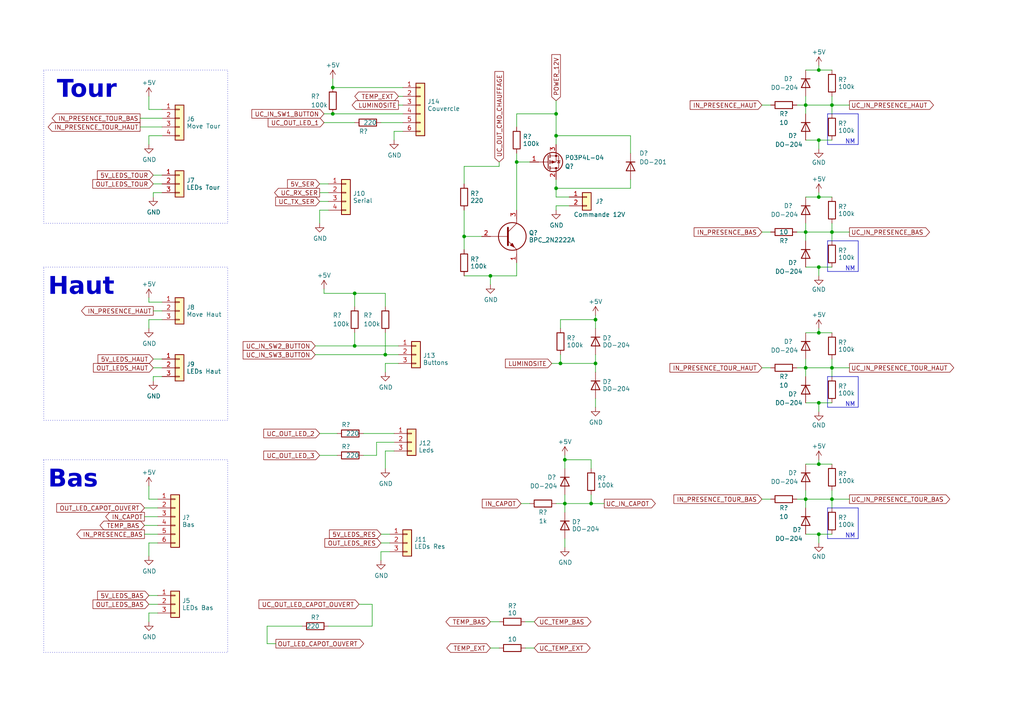
<source format=kicad_sch>
(kicad_sch (version 20230121) (generator eeschema)
  (paper "A4")
  (title_block (title "Cabane à Minou") (date "2024-11-27") (rev "Rev C0") (company "BPC") (comment 1 "2 capteurs de température / 4 entrées détecteur de mouvement") (comment 2 "Wifi / Luminosité / RTC / Bluetooth / Lcd") (comment 3 "4 sorties Strip LEDs (Avec Alim. 5V pilotable)") (comment 4 "Alimentation 12V / 1 sortie 12V commutable") (comment 5 "Alimentation 12V / 1 sortie 12V commutable"))
  (junction (at 172.72 92.71))
  (junction (at 111.76 102.87))
  (junction (at 161.29 54.61))
  (junction (at 96.52 25.4))
  (junction (at 172.72 105.41))
  (junction (at 237.49 40.64))
  (junction (at 233.68 30.48))
  (junction (at 161.29 33.02))
  (junction (at 237.49 134.62))
  (junction (at 163.83 133.35))
  (junction (at 237.49 20.32))
  (junction (at 96.52 33.02))
  (junction (at 237.49 116.84))
  (junction (at 142.24 80.01))
  (junction (at 241.3 106.68))
  (junction (at 241.3 67.31))
  (junction (at 233.68 67.31))
  (junction (at 233.68 106.68))
  (junction (at 163.83 146.05))
  (junction (at 237.49 77.47))
  (junction (at 237.49 154.94))
  (junction (at 233.68 144.78))
  (junction (at 102.87 100.33))
  (junction (at 102.87 85.09))
  (junction (at 161.29 39.37))
  (junction (at 237.49 57.15))
  (junction (at 162.56 105.41))
  (junction (at 237.49 96.52))
  (junction (at 149.86 46.99))
  (junction (at 171.45 146.05))
  (junction (at 241.3 30.48))
  (junction (at 134.62 68.58))
  (junction (at 241.3 144.78))
  (wire (pts (xy 95.25 60.96) (xy 92.71 60.96)))
  (wire (pts (xy 165.1 59.69) (xy 161.29 59.69)))
  (wire (pts (xy 162.56 105.41) (xy 172.72 105.41)))
  (wire (pts (xy 162.56 92.71) (xy 172.72 92.71)))
  (wire (pts (xy 233.68 96.52) (xy 237.49 96.52)))
  (wire (pts (xy 96.52 25.4) (xy 116.84 25.4)))
  (wire (pts (xy 233.68 104.14) (xy 233.68 106.68)))
  (polyline (pts (xy 240.03 69.85) (xy 240.03 78.74)))
  (wire (pts (xy 237.49 96.52) (xy 241.3 96.52)))
  (wire (pts (xy 41.91 152.4) (xy 45.72 152.4)))
  (wire (pts (xy 241.3 30.48) (xy 246.38 30.48)))
  (wire (pts (xy 241.3 30.48) (xy 241.3 33.02)))
  (wire (pts (xy 134.62 68.58) (xy 139.7 68.58)))
  (wire (pts (xy 237.49 154.94) (xy 237.49 157.48)))
  (wire (pts (xy 93.98 83.82) (xy 93.98 85.09)))
  (wire (pts (xy 233.68 27.94) (xy 233.68 30.48)))
  (polyline (pts (xy 240.03 78.74) (xy 248.92 78.74)))
  (wire (pts (xy 113.03 160.02) (xy 110.49 160.02)))
  (wire (pts (xy 40.64 36.83) (xy 46.99 36.83)))
  (wire (pts (xy 161.29 54.61) (xy 161.29 57.15)))
  (wire (pts (xy 142.24 180.34) (xy 144.78 180.34)))
  (wire (pts (xy 237.49 40.64) (xy 241.3 40.64)))
  (wire (pts (xy 182.88 39.37) (xy 182.88 44.45)))
  (wire (pts (xy 237.49 57.15) (xy 241.3 57.15)))
  (wire (pts (xy 92.71 132.08) (xy 97.79 132.08)))
  (wire (pts (xy 46.99 109.22) (xy 44.45 109.22)))
  (wire (pts (xy 43.18 175.26) (xy 45.72 175.26)))
  (wire (pts (xy 233.68 134.62) (xy 237.49 134.62)))
  (wire (pts (xy 237.49 116.84) (xy 241.3 116.84)))
  (wire (pts (xy 142.24 187.96) (xy 144.78 187.96)))
  (wire (pts (xy 93.98 35.56) (xy 102.87 35.56)))
  (wire (pts (xy 233.68 67.31) (xy 233.68 69.85)))
  (wire (pts (xy 115.57 30.48) (xy 116.84 30.48)))
  (wire (pts (xy 233.68 20.32) (xy 237.49 20.32)))
  (wire (pts (xy 43.18 172.72) (xy 45.72 172.72)))
  (polyline (pts (xy 248.92 156.21) (xy 248.92 147.32)))
  (wire (pts (xy 115.57 102.87) (xy 111.76 102.87)))
  (wire (pts (xy 110.49 35.56) (xy 116.84 35.56)))
  (wire (pts (xy 96.52 33.02) (xy 116.84 33.02)))
  (wire (pts (xy 171.45 133.35) (xy 163.83 133.35)))
  (wire (pts (xy 77.47 181.61) (xy 77.47 186.69)))
  (wire (pts (xy 46.99 39.37) (xy 43.18 39.37)))
  (wire (pts (xy 43.18 31.75) (xy 46.99 31.75)))
  (wire (pts (xy 114.3 38.1) (xy 116.84 38.1)))
  (wire (pts (xy 231.14 67.31) (xy 233.68 67.31)))
  (wire (pts (xy 233.68 142.24) (xy 233.68 144.78)))
  (wire (pts (xy 43.18 140.97) (xy 43.18 144.78)))
  (wire (pts (xy 43.18 157.48) (xy 43.18 161.29)))
  (wire (pts (xy 96.52 22.86) (xy 96.52 25.4)))
  (wire (pts (xy 220.98 144.78) (xy 223.52 144.78)))
  (wire (pts (xy 231.14 144.78) (xy 233.68 144.78)))
  (wire (pts (xy 151.13 146.05) (xy 153.67 146.05)))
  (wire (pts (xy 104.14 175.26) (xy 107.95 175.26)))
  (wire (pts (xy 43.18 27.94) (xy 43.18 31.75)))
  (wire (pts (xy 149.86 33.02) (xy 161.29 33.02)))
  (wire (pts (xy 111.76 105.41) (xy 115.57 105.41)))
  (wire (pts (xy 171.45 135.89) (xy 171.45 133.35)))
  (wire (pts (xy 43.18 92.71) (xy 46.99 92.71)))
  (wire (pts (xy 233.68 67.31) (xy 241.3 67.31)))
  (wire (pts (xy 233.68 30.48) (xy 233.68 33.02)))
  (wire (pts (xy 237.49 95.25) (xy 237.49 96.52)))
  (wire (pts (xy 114.3 128.27) (xy 109.22 128.27)))
  (wire (pts (xy 237.49 20.32) (xy 241.3 20.32)))
  (polyline (pts (xy 248.92 41.91) (xy 248.92 33.02)))
  (wire (pts (xy 172.72 102.87) (xy 172.72 105.41)))
  (wire (pts (xy 115.57 27.94) (xy 116.84 27.94)))
  (wire (pts (xy 163.83 133.35) (xy 163.83 135.89)))
  (wire (pts (xy 110.49 154.94) (xy 113.03 154.94)))
  (polyline (pts (xy 240.03 109.22) (xy 248.92 109.22)))
  (wire (pts (xy 161.29 146.05) (xy 163.83 146.05)))
  (wire (pts (xy 161.29 39.37) (xy 182.88 39.37)))
  (wire (pts (xy 134.62 68.58) (xy 134.62 72.39)))
  (wire (pts (xy 91.44 102.87) (xy 111.76 102.87)))
  (wire (pts (xy 237.49 133.35) (xy 237.49 134.62)))
  (wire (pts (xy 149.86 46.99) (xy 149.86 60.96)))
  (wire (pts (xy 111.76 102.87) (xy 111.76 96.52)))
  (wire (pts (xy 102.87 85.09) (xy 111.76 85.09)))
  (wire (pts (xy 171.45 146.05) (xy 175.26 146.05)))
  (wire (pts (xy 172.72 91.44) (xy 172.72 92.71)))
  (wire (pts (xy 43.18 86.36) (xy 43.18 87.63)))
  (wire (pts (xy 163.83 156.21) (xy 163.83 158.75)))
  (wire (pts (xy 237.49 154.94) (xy 241.3 154.94)))
  (wire (pts (xy 233.68 64.77) (xy 233.68 67.31)))
  (wire (pts (xy 162.56 95.25) (xy 162.56 92.71)))
  (wire (pts (xy 87.63 181.61) (xy 77.47 181.61)))
  (wire (pts (xy 160.02 105.41) (xy 162.56 105.41)))
  (wire (pts (xy 237.49 77.47) (xy 241.3 77.47)))
  (wire (pts (xy 105.41 125.73) (xy 114.3 125.73)))
  (wire (pts (xy 77.47 186.69) (xy 80.01 186.69)))
  (wire (pts (xy 233.68 57.15) (xy 237.49 57.15)))
  (wire (pts (xy 110.49 157.48) (xy 113.03 157.48)))
  (wire (pts (xy 237.49 134.62) (xy 241.3 134.62)))
  (wire (pts (xy 115.57 100.33) (xy 102.87 100.33)))
  (wire (pts (xy 92.71 125.73) (xy 97.79 125.73)))
  (wire (pts (xy 109.22 128.27) (xy 109.22 132.08)))
  (wire (pts (xy 40.64 34.29) (xy 46.99 34.29)))
  (wire (pts (xy 163.83 132.08) (xy 163.83 133.35)))
  (wire (pts (xy 237.49 116.84) (xy 237.49 119.38)))
  (wire (pts (xy 161.29 33.02) (xy 161.29 39.37)))
  (wire (pts (xy 110.49 160.02) (xy 110.49 162.56)))
  (wire (pts (xy 237.49 77.47) (xy 237.49 80.01)))
  (wire (pts (xy 161.29 57.15) (xy 165.1 57.15)))
  (wire (pts (xy 233.68 77.47) (xy 237.49 77.47)))
  (wire (pts (xy 43.18 95.25) (xy 43.18 92.71)))
  (wire (pts (xy 41.91 154.94) (xy 45.72 154.94)))
  (wire (pts (xy 102.87 100.33) (xy 102.87 96.52)))
  (wire (pts (xy 171.45 146.05) (xy 171.45 143.51)))
  (wire (pts (xy 93.98 33.02) (xy 96.52 33.02)))
  (polyline (pts (xy 240.03 69.85) (xy 248.92 69.85)))
  (polyline (pts (xy 240.03 33.02) (xy 248.92 33.02)))
  (wire (pts (xy 161.29 52.07) (xy 161.29 54.61)))
  (wire (pts (xy 144.78 48.26) (xy 134.62 48.26)))
  (wire (pts (xy 220.98 67.31) (xy 223.52 67.31)))
  (wire (pts (xy 109.22 132.08) (xy 105.41 132.08)))
  (wire (pts (xy 134.62 80.01) (xy 142.24 80.01)))
  (wire (pts (xy 91.44 100.33) (xy 102.87 100.33)))
  (wire (pts (xy 241.3 27.94) (xy 241.3 30.48)))
  (polyline (pts (xy 240.03 109.22) (xy 240.03 118.11)))
  (wire (pts (xy 149.86 36.83) (xy 149.86 33.02)))
  (wire (pts (xy 172.72 115.57) (xy 172.72 118.11)))
  (wire (pts (xy 172.72 105.41) (xy 172.72 107.95)))
  (wire (pts (xy 161.29 54.61) (xy 182.88 54.61)))
  (wire (pts (xy 92.71 60.96) (xy 92.71 64.77)))
  (wire (pts (xy 45.72 177.8) (xy 43.18 177.8)))
  (wire (pts (xy 152.4 180.34) (xy 154.94 180.34)))
  (wire (pts (xy 152.4 187.96) (xy 154.94 187.96)))
  (wire (pts (xy 233.68 30.48) (xy 241.3 30.48)))
  (wire (pts (xy 233.68 116.84) (xy 237.49 116.84)))
  (wire (pts (xy 241.3 144.78) (xy 241.3 147.32)))
  (wire (pts (xy 43.18 157.48) (xy 45.72 157.48)))
  (wire (pts (xy 44.45 50.8) (xy 46.99 50.8)))
  (wire (pts (xy 134.62 60.96) (xy 134.62 68.58)))
  (wire (pts (xy 241.3 64.77) (xy 241.3 67.31)))
  (wire (pts (xy 241.3 106.68) (xy 246.38 106.68)))
  (wire (pts (xy 107.95 175.26) (xy 107.95 181.61)))
  (wire (pts (xy 102.87 85.09) (xy 102.87 88.9)))
  (wire (pts (xy 44.45 90.17) (xy 46.99 90.17)))
  (wire (pts (xy 43.18 39.37) (xy 43.18 41.91)))
  (wire (pts (xy 92.71 58.42) (xy 95.25 58.42)))
  (wire (pts (xy 92.71 55.88) (xy 95.25 55.88)))
  (wire (pts (xy 161.29 33.02) (xy 161.29 29.21)))
  (wire (pts (xy 241.3 104.14) (xy 241.3 106.68)))
  (wire (pts (xy 162.56 102.87) (xy 162.56 105.41)))
  (wire (pts (xy 44.45 53.34) (xy 46.99 53.34)))
  (wire (pts (xy 233.68 106.68) (xy 241.3 106.68)))
  (wire (pts (xy 220.98 30.48) (xy 223.52 30.48)))
  (wire (pts (xy 107.95 181.61) (xy 95.25 181.61)))
  (wire (pts (xy 149.86 46.99) (xy 149.86 44.45)))
  (wire (pts (xy 182.88 54.61) (xy 182.88 52.07)))
  (wire (pts (xy 44.45 104.14) (xy 46.99 104.14)))
  (wire (pts (xy 142.24 80.01) (xy 149.86 80.01)))
  (wire (pts (xy 93.98 85.09) (xy 102.87 85.09)))
  (wire (pts (xy 111.76 85.09) (xy 111.76 88.9)))
  (wire (pts (xy 231.14 106.68) (xy 233.68 106.68)))
  (wire (pts (xy 233.68 144.78) (xy 241.3 144.78)))
  (polyline (pts (xy 240.03 147.32) (xy 248.92 147.32)))
  (wire (pts (xy 43.18 87.63) (xy 46.99 87.63)))
  (wire (pts (xy 161.29 59.69) (xy 161.29 60.96)))
  (wire (pts (xy 241.3 67.31) (xy 241.3 69.85)))
  (wire (pts (xy 237.49 55.88) (xy 237.49 57.15)))
  (wire (pts (xy 241.3 144.78) (xy 246.38 144.78)))
  (wire (pts (xy 233.68 144.78) (xy 233.68 147.32)))
  (wire (pts (xy 92.71 53.34) (xy 95.25 53.34)))
  (polyline (pts (xy 248.92 78.74) (xy 248.92 69.85)))
  (wire (pts (xy 172.72 92.71) (xy 172.72 95.25)))
  (polyline (pts (xy 248.92 118.11) (xy 248.92 109.22)))
  (wire (pts (xy 111.76 107.95) (xy 111.76 105.41)))
  (wire (pts (xy 41.91 149.86) (xy 45.72 149.86)))
  (wire (pts (xy 43.18 177.8) (xy 43.18 180.34)))
  (polyline (pts (xy 240.03 33.02) (xy 240.03 41.91)))
  (wire (pts (xy 163.83 146.05) (xy 171.45 146.05)))
  (wire (pts (xy 44.45 55.88) (xy 46.99 55.88)))
  (polyline (pts (xy 240.03 156.21) (xy 248.92 156.21)))
  (wire (pts (xy 163.83 143.51) (xy 163.83 146.05)))
  (polyline (pts (xy 240.03 41.91) (xy 248.92 41.91)))
  (wire (pts (xy 142.24 82.55) (xy 142.24 80.01)))
  (polyline (pts (xy 240.03 118.11) (xy 248.92 118.11)))
  (wire (pts (xy 237.49 40.64) (xy 237.49 43.18)))
  (wire (pts (xy 233.68 40.64) (xy 237.49 40.64)))
  (wire (pts (xy 114.3 40.64) (xy 114.3 38.1)))
  (wire (pts (xy 233.68 154.94) (xy 237.49 154.94)))
  (wire (pts (xy 44.45 106.68) (xy 46.99 106.68)))
  (wire (pts (xy 149.86 80.01) (xy 149.86 76.2)))
  (wire (pts (xy 241.3 67.31) (xy 246.38 67.31)))
  (wire (pts (xy 153.67 46.99) (xy 149.86 46.99)))
  (wire (pts (xy 231.14 30.48) (xy 233.68 30.48)))
  (wire (pts (xy 44.45 57.15) (xy 44.45 55.88)))
  (wire (pts (xy 237.49 19.05) (xy 237.49 20.32)))
  (wire (pts (xy 233.68 106.68) (xy 233.68 109.22)))
  (wire (pts (xy 114.3 130.81) (xy 111.76 130.81)))
  (wire (pts (xy 134.62 48.26) (xy 134.62 53.34)))
  (wire (pts (xy 45.72 144.78) (xy 43.18 144.78)))
  (wire (pts (xy 241.3 106.68) (xy 241.3 109.22)))
  (polyline (pts (xy 240.03 147.32) (xy 240.03 156.21)))
  (wire (pts (xy 163.83 146.05) (xy 163.83 148.59)))
  (wire (pts (xy 144.78 46.99) (xy 144.78 48.26)))
  (wire (pts (xy 241.3 142.24) (xy 241.3 144.78)))
  (wire (pts (xy 161.29 41.91) (xy 161.29 39.37)))
  (wire (pts (xy 44.45 109.22) (xy 44.45 110.49)))
  (wire (pts (xy 41.91 147.32) (xy 45.72 147.32)))
  (wire (pts (xy 220.98 106.68) (xy 223.52 106.68)))
  (wire (pts (xy 111.76 130.81) (xy 111.76 135.89)))
  (rectangle (start 12.7 77.47) (end 66.04 121.92) (stroke (width 0) (type dot)))
  (rectangle (start 12.7 133.35) (end 66.04 189.23) (stroke (width 0) (type dot)))
  (rectangle (start 12.7 20.32) (end 66.04 64.77) (stroke (width 0) (type dot)))
  (text "Haut" (at 13.97 87.63 0) (effects (font (size 5.08 5.08) (thickness 0.254) bold) (justify left bottom)))
  (text "NM" (at 245.11 41.91 0) (effects (font (size 1.27 1.27)) (justify left bottom)))
  (text "Tour" (at 16.51 30.48 0) (effects (font (size 5.08 5.08) (thickness 0.254) bold) (justify left bottom)))
  (text "NM" (at 245.11 78.74 0) (effects (font (size 1.27 1.27)) (justify left bottom)))
  (text "Bas" (at 13.97 143.51 0) (effects (font (size 5.08 5.08) (thickness 0.254) bold) (justify left bottom)))
  (text "NM" (at 245.11 156.21 0) (effects (font (size 1.27 1.27)) (justify left bottom)))
  (text "NM" (at 245.11 118.11 0) (effects (font (size 1.27 1.27)) (justify left bottom)))
  (global_label "TEMP_BAS" (shape bidirectional) (at 142.24 180.34 180) (property "Intersheetrefs" "${INTERSHEET_REFS}" (effects hide)))
  (global_label "UC_IN_SW3_BUTTON" (shape input) (at 91.44 102.87 180) (property "Intersheetrefs" "${INTERSHEET_REFS}" (effects hide)))
  (global_label "OUT_LEDS_RES" (shape input) (at 110.49 157.48 180) (property "Intersheetrefs" "${INTERSHEET_REFS}" (effects hide)))
  (global_label "UC_IN_CAPOT" (shape output) (at 175.26 146.05 0) (property "Intersheetrefs" "${INTERSHEET_REFS}" (effects hide)))
  (global_label "UC_OUT_LED_1" (shape input) (at 93.98 35.56 180) (property "Intersheetrefs" "${INTERSHEET_REFS}" (effects hide)))
  (global_label "LUMINOSITE" (shape input) (at 160.02 105.41 180) (property "Intersheetrefs" "${INTERSHEET_REFS}" (effects hide)))
  (global_label "IN_PRESENCE_BAS" (shape output) (at 41.91 154.94 180) (property "Intersheetrefs" "${INTERSHEET_REFS}" (effects hide)))
  (global_label "5V_LEDS_RES" (shape input) (at 110.49 154.94 180) (property "Intersheetrefs" "${INTERSHEET_REFS}" (effects hide)))
  (global_label "IN_PRESENCE_BAS" (shape input) (at 220.98 67.31 180) (property "Intersheetrefs" "${INTERSHEET_REFS}" (effects hide)))
  (global_label "OUT_LEDS_TOUR" (shape input) (at 44.45 53.34 180) (property "Intersheetrefs" "${INTERSHEET_REFS}" (effects hide)))
  (global_label "IN_CAPOT" (shape output) (at 41.91 149.86 180) (property "Intersheetrefs" "${INTERSHEET_REFS}" (effects hide)))
  (global_label "UC_IN_PRESENCE_TOUR_HAUT" (shape output) (at 246.38 106.68 0) (property "Intersheetrefs" "${INTERSHEET_REFS}" (effects hide)))
  (global_label "UC_IN_SW1_BUTTON" (shape input) (at 93.98 33.02 180) (property "Intersheetrefs" "${INTERSHEET_REFS}" (effects hide)))
  (global_label "TEMP_BAS" (shape bidirectional) (at 41.91 152.4 180) (property "Intersheetrefs" "${INTERSHEET_REFS}" (effects hide)))
  (global_label "UC_OUT_LED_CAPOT_OUVERT" (shape input) (at 104.14 175.26 180) (property "Intersheetrefs" "${INTERSHEET_REFS}" (effects hide)))
  (global_label "IN_CAPOT" (shape input) (at 151.13 146.05 180) (property "Intersheetrefs" "${INTERSHEET_REFS}" (effects hide)))
  (global_label "UC_OUT_LED_2" (shape input) (at 92.71 125.73 180) (property "Intersheetrefs" "${INTERSHEET_REFS}" (effects hide)))
  (global_label "5V_SER" (shape input) (at 92.71 53.34 180) (property "Intersheetrefs" "${INTERSHEET_REFS}" (effects hide)))
  (global_label "UC_IN_SW2_BUTTON" (shape input) (at 91.44 100.33 180) (property "Intersheetrefs" "${INTERSHEET_REFS}" (effects hide)))
  (global_label "UC_TEMP_EXT" (shape bidirectional) (at 154.94 187.96 0) (property "Intersheetrefs" "${INTERSHEET_REFS}" (effects hide)))
  (global_label "UC_OUT_CMD_CHAUFFAGE" (shape input) (at 144.78 46.99 90) (property "Intersheetrefs" "${INTERSHEET_REFS}" (effects hide)))
  (global_label "IN_PRESENCE_TOUR_BAS" (shape output) (at 40.64 34.29 180) (property "Intersheetrefs" "${INTERSHEET_REFS}" (effects hide)))
  (global_label "OUT_LED_CAPOT_OUVERT" (shape input) (at 41.91 147.32 180) (property "Intersheetrefs" "${INTERSHEET_REFS}" (effects hide)))
  (global_label "POWER_12V" (shape input) (at 161.29 29.21 90) (property "Intersheetrefs" "${INTERSHEET_REFS}" (effects hide)))
  (global_label "UC_TEMP_BAS" (shape bidirectional) (at 154.94 180.34 0) (property "Intersheetrefs" "${INTERSHEET_REFS}" (effects hide)))
  (global_label "TEMP_EXT" (shape bidirectional) (at 115.57 27.94 180) (property "Intersheetrefs" "${INTERSHEET_REFS}" (effects hide)))
  (global_label "LUMINOSITE" (shape output) (at 115.57 30.48 180) (property "Intersheetrefs" "${INTERSHEET_REFS}" (effects hide)))
  (global_label "UC_IN_PRESENCE_HAUT" (shape output) (at 246.38 30.48 0) (property "Intersheetrefs" "${INTERSHEET_REFS}" (effects hide)))
  (global_label "IN_PRESENCE_HAUT" (shape input) (at 220.98 30.48 180) (property "Intersheetrefs" "${INTERSHEET_REFS}" (effects hide)))
  (global_label "5V_LEDS_BAS" (shape input) (at 43.18 172.72 180) (property "Intersheetrefs" "${INTERSHEET_REFS}" (effects hide)))
  (global_label "UC_OUT_LED_3" (shape input) (at 92.71 132.08 180) (property "Intersheetrefs" "${INTERSHEET_REFS}" (effects hide)))
  (global_label "UC_IN_PRESENCE_TOUR_BAS" (shape output) (at 246.38 144.78 0) (property "Intersheetrefs" "${INTERSHEET_REFS}" (effects hide)))
  (global_label "OUT_LEDS_HAUT" (shape input) (at 44.45 106.68 180) (property "Intersheetrefs" "${INTERSHEET_REFS}" (effects hide)))
  (global_label "5V_LEDS_TOUR" (shape input) (at 44.45 50.8 180) (property "Intersheetrefs" "${INTERSHEET_REFS}" (effects hide)))
  (global_label "UC_IN_PRESENCE_BAS" (shape output) (at 246.38 67.31 0) (property "Intersheetrefs" "${INTERSHEET_REFS}" (effects hide)))
  (global_label "TEMP_EXT" (shape bidirectional) (at 142.24 187.96 180) (property "Intersheetrefs" "${INTERSHEET_REFS}" (effects hide)))
  (global_label "OUT_LEDS_BAS" (shape input) (at 43.18 175.26 180) (property "Intersheetrefs" "${INTERSHEET_REFS}" (effects hide)))
  (global_label "5V_LEDS_HAUT" (shape input) (at 44.45 104.14 180) (property "Intersheetrefs" "${INTERSHEET_REFS}" (effects hide)))
  (global_label "IN_PRESENCE_TOUR_HAUT" (shape output) (at 40.64 36.83 180) (property "Intersheetrefs" "${INTERSHEET_REFS}" (effects hide)))
  (global_label "OUT_LED_CAPOT_OUVERT" (shape output) (at 80.01 186.69 0) (property "Intersheetrefs" "${INTERSHEET_REFS}" (effects hide)))
  (global_label "IN_PRESENCE_TOUR_BAS" (shape input) (at 220.98 144.78 180) (property "Intersheetrefs" "${INTERSHEET_REFS}" (effects hide)))
  (global_label "IN_PRESENCE_HAUT" (shape output) (at 44.45 90.17 180) (property "Intersheetrefs" "${INTERSHEET_REFS}" (effects hide)))
  (global_label "UC_TX_SER" (shape input) (at 92.71 58.42 180) (property "Intersheetrefs" "${INTERSHEET_REFS}" (effects hide)))
  (global_label "IN_PRESENCE_TOUR_HAUT" (shape input) (at 220.98 106.68 180) (property "Intersheetrefs" "${INTERSHEET_REFS}" (effects hide)))
  (global_label "UC_RX_SER" (shape output) (at 92.71 55.88 180) (property "Intersheetrefs" "${INTERSHEET_REFS}" (effects hide)))
  (symbol (lib_id "power:GND") (at 142.24 82.55 0) (unit 1)
    (property "Reference" "#PWR?" (effects hide))
    (property "Value" "GND" (at 142.367 86.9442 0))
    (instances (project "cabane_minou" (path "" (reference "#PWR?") (unit 1)) (path "" (reference "#PWR?") (unit 1)) (path "" (reference "#PWR060") (unit 1))))
  )
  (symbol (lib_id "Device:D") (at 233.68 60.96 270) (unit 1)
    (property "Reference" "D?" (at 227.33 59.69 90) (effects (justify left)))
    (property "Value" "DO-204" (at 223.52 62.23 90) (effects (justify left)))
    (property "Footprint" "Diode_THT:D_A-405_P2.54mm_Vertical_AnodeUp" (effects hide))
    (property "Sim.Device" "D" (effects hide))
    (property "Sim.Pins" "1=K 2=A" (effects hide))
    (instances (project "cabane_minou" (path "" (reference "D?") (unit 1)) (path "" (reference "D?") (unit 1)) (path "" (reference "D12") (unit 1))))
  )
  (symbol (lib_id "power:GND") (at 237.49 80.01 0) (unit 1)
    (property "Reference" "#PWR?" (effects hide))
    (property "Value" "GND" (at 237.49 83.955 0))
    (instances (project "cabane_minou" (path "" (reference "#PWR?") (unit 1)) (path "" (reference "#PWR?") (unit 1)) (path "" (reference "#PWR069") (unit 1))))
  )
  (symbol (lib_id "power:GND") (at 110.49 162.56 0) (unit 1)
    (property "Reference" "#PWR?" (effects hide))
    (property "Value" "GND" (at 110.617 166.9542 0))
    (instances (project "cabane_minou" (path "" (reference "#PWR?") (unit 1)) (path "" (reference "#PWR?") (unit 1)) (path "" (reference "#PWR056") (unit 1)) (path "" (reference "#PWR?") (unit 1))))
  )
  (symbol (lib_id "Device:R") (at 96.52 29.21 0) (unit 1)
    (property "Reference" "R?" (at 90.17 27.94 0) (effects (justify left)))
    (property "Value" "100k" (at 90.17 30.48 0) (effects (justify left)))
    (property "Footprint" "Resistor_THT:R_Axial_DIN0204_L3.6mm_D1.6mm_P7.62mm_Horizontal" (effects hide))
    (instances (project "cabane_minou" (path "" (reference "R?") (unit 1)) (path "" (reference "R?") (unit 1)) (path "" (reference "R14") (unit 1))))
  )
  (symbol (lib_id "Connector_Generic:Conn_01x03") (at 52.07 53.34 0) (unit 1)
    (property "Reference" "J7" (at 54.102 52.316 0) (effects (justify left)))
    (property "Value" "LEDs Tour" (at 54.102 54.364 0) (effects (justify left)))
    (property "Footprint" "TerminalBlock_Phoenix:TerminalBlock_Phoenix_PT-1,5-3-3.5-H_1x03_P3.50mm_Horizontal" (effects hide))
    (instances (project "cabane_minou" (path "" (reference "J7") (unit 1)) (path "" (reference "J?") (unit 1))))
  )
  (symbol (lib_id "power:+5V") (at 163.83 132.08 0) (unit 1)
    (property "Reference" "#PWR?" (effects hide))
    (property "Value" "+5V" (at 163.83 128.135 0))
    (instances (project "cabane_minou" (path "" (reference "#PWR?") (unit 1)) (path "" (reference "#PWR?") (unit 1)) (path "" (reference "#PWR062") (unit 1))))
  )
  (symbol (lib_id "Device:R") (at 241.3 24.13 0) (unit 1)
    (property "Reference" "R?" (at 243.078 23.106 0) (effects (justify left)))
    (property "Value" "100k" (at 243.078 25.154 0) (effects (justify left)))
    (property "Footprint" "Resistor_THT:R_Axial_DIN0204_L3.6mm_D1.6mm_P7.62mm_Horizontal" (effects hide))
    (instances (project "cabane_minou" (path "" (reference "R?") (unit 1)) (path "" (reference "R?") (unit 1)) (path "" (reference "R32") (unit 1))))
  )
  (symbol (lib_id "Device:D") (at 233.68 151.13 270) (unit 1)
    (property "Reference" "D?" (at 229.87 153.67 90) (effects (justify left)))
    (property "Value" "DO-204" (at 224.79 156.21 90) (effects (justify left)))
    (property "Footprint" "Diode_THT:D_A-405_P2.54mm_Vertical_AnodeUp" (effects hide))
    (property "Sim.Device" "D" (effects hide))
    (property "Sim.Pins" "1=K 2=A" (effects hide))
    (instances (project "cabane_minou" (path "" (reference "D?") (unit 1)) (path "" (reference "D?") (unit 1)) (path "" (reference "D17") (unit 1))))
  )
  (symbol (lib_id "power:+5V") (at 237.49 19.05 0) (unit 1)
    (property "Reference" "#PWR?" (effects hide))
    (property "Value" "+5V" (at 237.49 15.105 0))
    (instances (project "cabane_minou" (path "" (reference "#PWR?") (unit 1)) (path "" (reference "#PWR?") (unit 1)) (path "" (reference "#PWR066") (unit 1))))
  )
  (symbol (lib_id "Device:R") (at 241.3 73.66 0) (unit 1)
    (property "Reference" "R?" (at 243.078 72.636 0) (effects (justify left)))
    (property "Value" "100k" (at 243.078 74.684 0) (effects (justify left)))
    (property "Footprint" "Resistor_THT:R_Axial_DIN0204_L3.6mm_D1.6mm_P7.62mm_Horizontal" (effects hide))
    (instances (project "cabane_minou" (path "" (reference "R?") (unit 1)) (path "" (reference "R?") (unit 1)) (path "" (reference "R35") (unit 1))))
  )
  (symbol (lib_id "Device:D") (at 182.88 48.26 270) (unit 1)
    (property "Reference" "D?" (at 185.42 44.45 90) (effects (justify left)))
    (property "Value" "DO-201" (at 185.42 46.99 90) (effects (justify left)))
    (property "Footprint" "Diode_THT:D_5W_P12.70mm_Horizontal" (effects hide))
    (property "Sim.Device" "D" (effects hide))
    (property "Sim.Pins" "1=K 2=A" (effects hide))
    (instances (project "cabane_minou" (path "" (reference "D?") (unit 1)) (path "" (reference "D?") (unit 1)) (path "" (reference "D9") (unit 1))))
  )
  (symbol (lib_id "Device:R") (at 241.3 36.83 0) (unit 1)
    (property "Reference" "R?" (at 243.078 35.806 0) (effects (justify left)))
    (property "Value" "100k" (at 243.078 37.854 0) (effects (justify left)))
    (property "Footprint" "Resistor_THT:R_Axial_DIN0204_L3.6mm_D1.6mm_P7.62mm_Horizontal" (effects hide))
    (instances (project "cabane_minou" (path "" (reference "R?") (unit 1)) (path "" (reference "R?") (unit 1)) (path "" (reference "R33") (unit 1))))
  )
  (symbol (lib_id "Device:R") (at 101.6 125.73 270) (unit 1)
    (property "Reference" "R?" (at 99.06 123.19 90) (effects (justify left)))
    (property "Value" "220" (at 100.33 125.73 90) (effects (justify left)))
    (property "Footprint" "Resistor_THT:R_Axial_DIN0204_L3.6mm_D1.6mm_P7.62mm_Horizontal" (effects hide))
    (instances (project "cabane_minou" (path "" (reference "R?") (unit 1)) (path "" (reference "R?") (unit 1)) (path "" (reference "R15") (unit 1))))
  )
  (symbol (lib_id "power:GND") (at 111.76 135.89 0) (unit 1)
    (property "Reference" "#PWR?" (effects hide))
    (property "Value" "GND" (at 111.887 140.2842 0))
    (instances (project "cabane_minou" (path "" (reference "#PWR?") (unit 1)) (path "" (reference "#PWR?") (unit 1)) (path "" (reference "#PWR058") (unit 1))))
  )
  (symbol (lib_id "power:GND") (at 237.49 157.48 0) (unit 1)
    (property "Reference" "#PWR?" (effects hide))
    (property "Value" "GND" (at 237.49 161.425 0))
    (instances (project "cabane_minou" (path "" (reference "#PWR?") (unit 1)) (path "" (reference "#PWR?") (unit 1)) (path "" (reference "#PWR073") (unit 1))))
  )
  (symbol (lib_id "Device:R") (at 227.33 106.68 270) (unit 1)
    (property "Reference" "R?" (at 227.33 109.22 90))
    (property "Value" "10" (at 227.33 111.76 90))
    (property "Footprint" "Resistor_THT:R_Axial_DIN0204_L3.6mm_D1.6mm_P7.62mm_Horizontal" (effects hide))
    (instances (project "cabane_minou" (path "" (reference "R?") (unit 1)) (path "" (reference "R?") (unit 1)) (path "" (reference "R30") (unit 1))))
  )
  (symbol (lib_id "Device:R") (at 102.87 92.71 0) (unit 1)
    (property "Reference" "R?" (at 96.52 91.44 0) (effects (justify left)))
    (property "Value" "100k" (at 96.52 93.98 0) (effects (justify left)))
    (property "Footprint" "Resistor_THT:R_Axial_DIN0204_L3.6mm_D1.6mm_P7.62mm_Horizontal" (effects hide))
    (instances (project "cabane_minou" (path "" (reference "R?") (unit 1)) (path "" (reference "R?") (unit 1)) (path "" (reference "R17") (unit 1))))
  )
  (symbol (lib_id "power:GND") (at 237.49 119.38 0) (unit 1)
    (property "Reference" "#PWR?" (effects hide))
    (property "Value" "GND" (at 237.49 123.325 0))
    (instances (project "cabane_minou" (path "" (reference "#PWR?") (unit 1)) (path "" (reference "#PWR?") (unit 1)) (path "" (reference "#PWR071") (unit 1))))
  )
  (symbol (lib_id "Device:R") (at 162.56 99.06 0) (unit 1)
    (property "Reference" "R?" (at 164.338 98.036 0) (effects (justify left)))
    (property "Value" "100k" (at 164.338 100.084 0) (effects (justify left)))
    (property "Footprint" "Resistor_THT:R_Axial_DIN0204_L3.6mm_D1.6mm_P7.62mm_Horizontal" (effects hide))
    (instances (project "cabane_minou" (path "" (reference "R?") (unit 1)) (path "" (reference "R?") (unit 1)) (path "" (reference "R26") (unit 1))))
  )
  (symbol (lib_id "Device:D") (at 233.68 36.83 270) (unit 1)
    (property "Reference" "D?" (at 228.6 39.37 90) (effects (justify left)))
    (property "Value" "DO-204" (at 224.79 41.91 90) (effects (justify left)))
    (property "Footprint" "Diode_THT:D_A-405_P2.54mm_Vertical_AnodeUp" (effects hide))
    (property "Sim.Device" "D" (effects hide))
    (property "Sim.Pins" "1=K 2=A" (effects hide))
    (instances (project "cabane_minou" (path "" (reference "D?") (unit 1)) (path "" (reference "D?") (unit 1)) (path "" (reference "D11") (unit 1))))
  )
  (symbol (lib_id "Connector_Generic:Conn_01x03") (at 119.38 128.27 0) (unit 1)
    (property "Reference" "J12" (at 121.412 128.516 0) (effects (justify left)))
    (property "Value" "Leds" (at 121.412 130.564 0) (effects (justify left)))
    (property "Footprint" "Connector_JST:JST_EH_B3B-EH-A_1x03_P2.50mm_Vertical" (effects hide))
  )
  (symbol (lib_id "Device:D") (at 172.72 111.76 270) (unit 1)
    (property "Reference" "D?" (at 174.752 110.736 90) (effects (justify left)))
    (property "Value" "DO-204" (at 174.752 112.784 90) (effects (justify left)))
    (property "Footprint" "Diode_THT:D_A-405_P2.54mm_Vertical_AnodeUp" (effects hide))
    (property "Sim.Device" "D" (effects hide))
    (property "Sim.Pins" "1=K 2=A" (effects hide))
    (instances (project "cabane_minou" (path "" (reference "D?") (unit 1)) (path "" (reference "D?") (unit 1)) (path "" (reference "D8") (unit 1))))
  )
  (symbol (lib_id "Device:D") (at 233.68 138.43 270) (unit 1)
    (property "Reference" "D?" (at 228.6 137.16 90) (effects (justify left)))
    (property "Value" "DO-204" (at 223.52 139.7 90) (effects (justify left)))
    (property "Footprint" "Diode_THT:D_A-405_P2.54mm_Vertical_AnodeUp" (effects hide))
    (property "Sim.Device" "D" (effects hide))
    (property "Sim.Pins" "1=K 2=A" (effects hide))
    (instances (project "cabane_minou" (path "" (reference "D?") (unit 1)) (path "" (reference "D?") (unit 1)) (path "" (reference "D16") (unit 1))))
  )
  (symbol (lib_id "Connector_Generic:Conn_01x03") (at 52.07 106.68 0) (unit 1)
    (property "Reference" "J9" (at 54.102 105.656 0) (effects (justify left)))
    (property "Value" "LEDs Haut" (at 54.102 107.704 0) (effects (justify left)))
    (property "Footprint" "TerminalBlock_Phoenix:TerminalBlock_Phoenix_PT-1,5-3-3.5-H_1x03_P3.50mm_Horizontal" (effects hide))
    (instances (project "cabane_minou" (path "" (reference "J9") (unit 1)) (path "" (reference "J?") (unit 1))))
  )
  (symbol (lib_id "bpc:BPC_2N2222A") (at 139.7 68.58 0) (unit 1)
    (property "Reference" "Q?" (at 153.3652 67.556 0) (effects (justify left)))
    (property "Value" "BPC_2N2222A" (at 153.3652 69.604 0) (effects (justify left)))
    (property "Footprint" "Package_TO_SOT_THT:TO-92" (effects hide))
    (property "Datasheet" "https://www.arrow.com/en/products/2n2222a/microsemi" (effects hide))
    (property "Description" "Trans GP BJT NPN 50V 0.8A 3-Pin TO-18" (effects hide))
    (property "Manufacturer_Name" "Microsemi Corporation" (effects hide))
    (property "Manufacturer_Part_Number" "2N2222A" (effects hide))
    (property "Mouser Part Number" "494-2N2222A" (effects hide))
    (property "Mouser Price/Stock" "https://www.mouser.co.uk/ProductDetail/Microchip-Microsemi/2N2222A?qs=TXMzd3F6EylR6f6YErRW3Q%3D%3D" (effects hide))
    (property "Arrow Part Number" "2N2222A" (effects hide))
    (property "Arrow Price/Stock" "https://www.arrow.com/en/products/2n2222a/microsemi" (effects hide))
    (instances (project "cabane_minou" (path "" (reference "Q?") (unit 1)) (path "" (reference "Q?") (unit 1)) (path "" (reference "Q5") (unit 1))))
  )
  (symbol (lib_id "power:GND") (at 161.29 60.96 0) (unit 1)
    (property "Reference" "#PWR?" (effects hide))
    (property "Value" "GND" (at 161.417 65.3542 0))
    (instances (project "cabane_minou" (path "" (reference "#PWR?") (unit 1)) (path "" (reference "#PWR?") (unit 1)) (path "" (reference "#PWR061") (unit 1))))
  )
  (symbol (lib_id "power:+5V") (at 43.18 86.36 0) (unit 1)
    (property "Reference" "#PWR?" (effects hide))
    (property "Value" "+5V" (at 43.18 82.415 0))
    (instances (project "cabane_minou" (path "" (reference "#PWR?") (unit 1)) (path "" (reference "#PWR?") (unit 1)) (path "" (reference "#PWR046") (unit 1))))
  )
  (symbol (lib_id "Device:D") (at 233.68 113.03 270) (unit 1)
    (property "Reference" "D?" (at 228.6 114.3 90) (effects (justify left)))
    (property "Value" "DO-204" (at 224.79 116.84 90) (effects (justify left)))
    (property "Footprint" "Diode_THT:D_A-405_P2.54mm_Vertical_AnodeUp" (effects hide))
    (property "Sim.Device" "D" (effects hide))
    (property "Sim.Pins" "1=K 2=A" (effects hide))
    (instances (project "cabane_minou" (path "" (reference "D?") (unit 1)) (path "" (reference "D?") (unit 1)) (path "" (reference "D15") (unit 1))))
  )
  (symbol (lib_id "Connector_Generic:Conn_01x06") (at 50.8 149.86 0) (unit 1)
    (property "Reference" "J?" (at 52.832 150.106 0) (effects (justify left)))
    (property "Value" "Bas" (at 52.832 152.154 0) (effects (justify left)))
    (property "Footprint" "TerminalBlock_Phoenix:TerminalBlock_Phoenix_PT-1,5-6-3.5-H_1x06_P3.50mm_Horizontal" (effects hide))
    (instances (project "cabane_minou" (path "" (reference "J?") (unit 1)) (path "" (reference "J?") (unit 1)) (path "" (reference "J4") (unit 1))))
  )
  (symbol (lib_id "Device:R") (at 148.59 180.34 270) (unit 1)
    (property "Reference" "R?" (at 148.59 175.744 90))
    (property "Value" "10" (at 148.59 177.792 90))
    (property "Footprint" "Resistor_THT:R_Axial_DIN0204_L3.6mm_D1.6mm_P7.62mm_Horizontal" (effects hide))
    (instances (project "cabane_minou" (path "" (reference "R?") (unit 1)) (path "" (reference "R?") (unit 1)) (path "" (reference "R22") (unit 1))))
  )
  (symbol (lib_id "power:+5V") (at 237.49 133.35 0) (unit 1)
    (property "Reference" "#PWR?" (effects hide))
    (property "Value" "+5V" (at 237.49 129.405 0))
    (instances (project "cabane_minou" (path "" (reference "#PWR?") (unit 1)) (path "" (reference "#PWR?") (unit 1)) (path "" (reference "#PWR072") (unit 1))))
  )
  (symbol (lib_id "Device:R") (at 149.86 40.64 0) (unit 1)
    (property "Reference" "R?" (at 151.638 39.616 0) (effects (justify left)))
    (property "Value" "100k" (at 151.638 41.664 0) (effects (justify left)))
    (property "Footprint" "Resistor_THT:R_Axial_DIN0204_L3.6mm_D1.6mm_P7.62mm_Horizontal" (effects hide))
    (instances (project "cabane_minou" (path "" (reference "R?") (unit 1)) (path "" (reference "R?") (unit 1)) (path "" (reference "R24") (unit 1))))
  )
  (symbol (lib_id "power:+5V") (at 96.52 22.86 0) (unit 1)
    (property "Reference" "#PWR?" (effects hide))
    (property "Value" "+5V" (at 96.52 18.915 0))
    (instances (project "cabane_minou" (path "" (reference "#PWR?") (unit 1)) (path "" (reference "#PWR?") (unit 1)) (path "" (reference "#PWR055") (unit 1))))
  )
  (symbol (lib_id "bpc:P03P4L-04") (at 158.75 46.99 0) (unit 1)
    (property "Reference" "Q?" (at 163.83 48.26 0) (effects (justify left)))
    (property "Value" "P03P4L-04" (at 163.83 45.72 0) (effects (justify left)))
    (property "Footprint" "Package_TO_SOT_THT:TO-220-3_Vertical" (effects hide))
    (instances (project "cabane_minou" (path "" (reference "Q?") (unit 1)) (path "" (reference "Q?") (unit 1)) (path "" (reference "Q6") (unit 1))))
  )
  (symbol (lib_id "power:GND") (at 92.71 64.77 0) (unit 1)
    (property "Reference" "#PWR?" (effects hide))
    (property "Value" "GND" (at 92.837 69.1642 0))
    (instances (project "cabane_minou" (path "" (reference "#PWR?") (unit 1)) (path "" (reference "#PWR?") (unit 1)) (path "" (reference "#PWR053") (unit 1))))
  )
  (symbol (lib_id "power:GND") (at 172.72 118.11 0) (unit 1)
    (property "Reference" "#PWR?" (effects hide))
    (property "Value" "GND" (at 172.847 122.5042 0))
    (instances (project "cabane_minou" (path "" (reference "#PWR?") (unit 1)) (path "" (reference "#PWR?") (unit 1)) (path "" (reference "#PWR065") (unit 1))))
  )
  (symbol (lib_id "power:+5V") (at 43.18 140.97 0) (unit 1)
    (property "Reference" "#PWR?" (effects hide))
    (property "Value" "+5V" (at 43.18 137.025 0))
    (instances (project "cabane_minou" (path "" (reference "#PWR?") (unit 1)) (path "" (reference "#PWR?") (unit 1)) (path "" (reference "#PWR048") (unit 1))))
  )
  (symbol (lib_id "power:+5V") (at 172.72 91.44 0) (unit 1)
    (property "Reference" "#PWR?" (effects hide))
    (property "Value" "+5V" (at 172.72 87.495 0))
    (instances (project "cabane_minou" (path "" (reference "#PWR?") (unit 1)) (path "" (reference "#PWR?") (unit 1)) (path "" (reference "#PWR064") (unit 1))))
  )
  (symbol (lib_id "power:GND") (at 43.18 161.29 0) (unit 1)
    (property "Reference" "#PWR?" (effects hide))
    (property "Value" "GND" (at 43.307 165.6842 0))
    (instances (project "cabane_minou" (path "" (reference "#PWR?") (unit 1)) (path "" (reference "#PWR?") (unit 1)) (path "" (reference "#PWR049") (unit 1))))
  )
  (symbol (lib_id "Device:D") (at 163.83 152.4 270) (unit 1)
    (property "Reference" "D?" (at 165.862 151.376 90) (effects (justify left)))
    (property "Value" "DO-204" (at 165.862 153.424 90) (effects (justify left)))
    (property "Footprint" "Diode_THT:D_A-405_P2.54mm_Vertical_AnodeUp" (effects hide))
    (property "Sim.Device" "D" (effects hide))
    (property "Sim.Pins" "1=K 2=A" (effects hide))
    (instances (project "cabane_minou" (path "" (reference "D?") (unit 1)) (path "" (reference "D?") (unit 1)) (path "" (reference "D6") (unit 1))))
  )
  (symbol (lib_id "Device:R") (at 171.45 139.7 0) (unit 1)
    (property "Reference" "R?" (at 173.228 138.676 0) (effects (justify left)))
    (property "Value" "100k" (at 173.228 140.724 0) (effects (justify left)))
    (property "Footprint" "Resistor_THT:R_Axial_DIN0204_L3.6mm_D1.6mm_P7.62mm_Horizontal" (effects hide))
    (instances (project "cabane_minou" (path "" (reference "R?") (unit 1)) (path "" (reference "R?") (unit 1)) (path "" (reference "R27") (unit 1))))
  )
  (symbol (lib_id "Device:R") (at 148.59 187.96 270) (unit 1)
    (property "Reference" "R?" (effects hide))
    (property "Value" "10" (at 148.59 185.412 90))
    (property "Footprint" "Resistor_THT:R_Axial_DIN0204_L3.6mm_D1.6mm_P7.62mm_Horizontal" (effects hide))
    (instances (project "cabane_minou" (path "" (reference "R?") (unit 1)) (path "" (reference "R?") (unit 1)) (path "" (reference "R23") (unit 1))))
  )
  (symbol (lib_id "Device:R") (at 241.3 100.33 0) (unit 1)
    (property "Reference" "R?" (at 243.078 99.306 0) (effects (justify left)))
    (property "Value" "100k" (at 243.078 101.354 0) (effects (justify left)))
    (property "Footprint" "Resistor_THT:R_Axial_DIN0204_L3.6mm_D1.6mm_P7.62mm_Horizontal" (effects hide))
    (instances (project "cabane_minou" (path "" (reference "R?") (unit 1)) (path "" (reference "R?") (unit 1)) (path "" (reference "R36") (unit 1))))
  )
  (symbol (lib_id "Connector_Generic:Conn_01x03") (at 52.07 90.17 0) (unit 1)
    (property "Reference" "J8" (at 54.102 89.146 0) (effects (justify left)))
    (property "Value" "Move Haut" (at 54.102 91.194 0) (effects (justify left)))
    (property "Footprint" "TerminalBlock_Phoenix:TerminalBlock_Phoenix_PT-1,5-3-3.5-H_1x03_P3.50mm_Horizontal" (effects hide))
  )
  (symbol (lib_id "Connector_Generic:Conn_01x02") (at 170.18 57.15 0) (unit 1)
    (property "Reference" "J?" (at 172.72 58.42 0) (effects (justify left)))
    (property "Value" "Commande 12V" (at 166.37 62.23 0) (effects (justify left)))
    (property "Footprint" "TerminalBlock_Phoenix:TerminalBlock_Phoenix_MKDS-1,5-2-5.08_1x02_P5.08mm_Horizontal" (effects hide))
    (instances (project "cabane_minou" (path "" (reference "J?") (unit 1)) (path "" (reference "J?") (unit 1)) (path "" (reference "J15") (unit 1))))
  )
  (symbol (lib_id "power:GND") (at 43.18 41.91 0) (unit 1)
    (property "Reference" "#PWR?" (effects hide))
    (property "Value" "GND" (at 43.307 46.3042 0))
    (instances (project "cabane_minou" (path "" (reference "#PWR?") (unit 1)) (path "" (reference "#PWR?") (unit 1)) (path "" (reference "#PWR045") (unit 1))))
  )
  (symbol (lib_id "Device:D") (at 233.68 73.66 270) (unit 1)
    (property "Reference" "D?" (at 228.6 76.2 90) (effects (justify left)))
    (property "Value" "DO-204" (at 224.79 78.74 90) (effects (justify left)))
    (property "Footprint" "Diode_THT:D_A-405_P2.54mm_Vertical_AnodeUp" (effects hide))
    (property "Sim.Device" "D" (effects hide))
    (property "Sim.Pins" "1=K 2=A" (effects hide))
    (instances (project "cabane_minou" (path "" (reference "D?") (unit 1)) (path "" (reference "D?") (unit 1)) (path "" (reference "D13") (unit 1))))
  )
  (symbol (lib_id "power:GND") (at 44.45 110.49 0) (unit 1)
    (property "Reference" "#PWR?" (effects hide))
    (property "Value" "GND" (at 44.577 114.8842 0))
    (instances (project "cabane_minou" (path "" (reference "#PWR?") (unit 1)) (path "" (reference "#PWR?") (unit 1)) (path "" (reference "#PWR052") (unit 1)) (path "" (reference "#PWR?") (unit 1))))
  )
  (symbol (lib_id "Connector_Generic:Conn_01x06") (at 121.92 30.48 0) (unit 1)
    (property "Reference" "J14" (at 123.952 29.456 0) (effects (justify left)))
    (property "Value" "Couvercle" (at 123.952 31.504 0) (effects (justify left)))
    (property "Footprint" "Connector_JST:JST_EH_B6B-EH-A_1x06_P2.50mm_Vertical" (effects hide))
  )
  (symbol (lib_id "Device:D") (at 233.68 24.13 270) (unit 1)
    (property "Reference" "D?" (at 227.33 22.86 90) (effects (justify left)))
    (property "Value" "DO-204" (at 223.52 25.4 90) (effects (justify left)))
    (property "Footprint" "Diode_THT:D_A-405_P2.54mm_Vertical_AnodeUp" (effects hide))
    (property "Sim.Device" "D" (effects hide))
    (property "Sim.Pins" "1=K 2=A" (effects hide))
    (instances (project "cabane_minou" (path "" (reference "D?") (unit 1)) (path "" (reference "D?") (unit 1)) (path "" (reference "D10") (unit 1))))
  )
  (symbol (lib_id "Connector_Generic:Conn_01x04") (at 52.07 34.29 0) (unit 1)
    (property "Reference" "J6" (at 54.102 34.536 0) (effects (justify left)))
    (property "Value" "Move Tour" (at 54.102 36.584 0) (effects (justify left)))
    (property "Footprint" "TerminalBlock_Phoenix:TerminalBlock_Phoenix_PT-1,5-4-3.5-H_1x04_P3.50mm_Horizontal" (effects hide))
  )
  (symbol (lib_id "power:+5V") (at 237.49 95.25 0) (unit 1)
    (property "Reference" "#PWR?" (effects hide))
    (property "Value" "+5V" (at 237.49 91.305 0))
    (instances (project "cabane_minou" (path "" (reference "#PWR?") (unit 1)) (path "" (reference "#PWR?") (unit 1)) (path "" (reference "#PWR070") (unit 1))))
  )
  (symbol (lib_id "Connector_Generic:Conn_01x04") (at 100.33 55.88 0) (unit 1)
    (property "Reference" "J10" (at 102.362 56.126 0) (effects (justify left)))
    (property "Value" "Serial" (at 102.362 58.174 0) (effects (justify left)))
    (property "Footprint" "TerminalBlock_Phoenix:TerminalBlock_Phoenix_PT-1,5-4-3.5-H_1x04_P3.50mm_Horizontal" (effects hide))
  )
  (symbol (lib_id "power:GND") (at 43.18 95.25 0) (unit 1)
    (property "Reference" "#PWR?" (effects hide))
    (property "Value" "GND" (at 43.307 99.6442 0))
    (instances (project "cabane_minou" (path "" (reference "#PWR?") (unit 1)) (path "" (reference "#PWR?") (unit 1)) (path "" (reference "#PWR047") (unit 1))))
  )
  (symbol (lib_id "Connector_Generic:Conn_01x03") (at 118.11 157.48 0) (unit 1)
    (property "Reference" "J11" (at 120.142 156.456 0) (effects (justify left)))
    (property "Value" "LEDs Res" (at 120.142 158.504 0) (effects (justify left)))
    (property "Footprint" "TerminalBlock_Phoenix:TerminalBlock_Phoenix_PT-1,5-3-3.5-H_1x03_P3.50mm_Horizontal" (effects hide))
    (instances (project "cabane_minou" (path "" (reference "J11") (unit 1)) (path "" (reference "J?") (unit 1))))
  )
  (symbol (lib_id "Device:R") (at 227.33 67.31 90) (unit 1)
    (property "Reference" "R?" (at 227.33 69.85 90))
    (property "Value" "10" (at 227.33 67.31 90))
    (property "Footprint" "Resistor_THT:R_Axial_DIN0204_L3.6mm_D1.6mm_P7.62mm_Horizontal" (effects hide))
    (instances (project "cabane_minou" (path "" (reference "R?") (unit 1)) (path "" (reference "R?") (unit 1)) (path "" (reference "R29") (unit 1))))
  )
  (symbol (lib_id "Device:R") (at 227.33 144.78 270) (unit 1)
    (property "Reference" "R?" (at 227.33 147.32 90))
    (property "Value" "10" (at 227.33 149.86 90))
    (property "Footprint" "Resistor_THT:R_Axial_DIN0204_L3.6mm_D1.6mm_P7.62mm_Horizontal" (effects hide))
    (instances (project "cabane_minou" (path "" (reference "R?") (unit 1)) (path "" (reference "R?") (unit 1)) (path "" (reference "R31") (unit 1))))
  )
  (symbol (lib_id "Device:D") (at 172.72 99.06 270) (unit 1)
    (property "Reference" "D?" (at 174.752 98.036 90) (effects (justify left)))
    (property "Value" "DO-204" (at 174.752 100.084 90) (effects (justify left)))
    (property "Footprint" "Diode_THT:D_A-405_P2.54mm_Vertical_AnodeUp" (effects hide))
    (property "Sim.Device" "D" (effects hide))
    (property "Sim.Pins" "1=K 2=A" (effects hide))
    (instances (project "cabane_minou" (path "" (reference "D?") (unit 1)) (path "" (reference "D?") (unit 1)) (path "" (reference "D7") (unit 1))))
  )
  (symbol (lib_id "power:GND") (at 237.49 43.18 0) (unit 1)
    (property "Reference" "#PWR?" (effects hide))
    (property "Value" "GND" (at 237.49 47.125 0))
    (instances (project "cabane_minou" (path "" (reference "#PWR?") (unit 1)) (path "" (reference "#PWR?") (unit 1)) (path "" (reference "#PWR067") (unit 1))))
  )
  (symbol (lib_id "power:GND") (at 111.76 107.95 0) (unit 1)
    (property "Reference" "#PWR?" (effects hide))
    (property "Value" "GND" (at 111.887 112.3442 0))
    (instances (project "cabane_minou" (path "" (reference "#PWR?") (unit 1)) (path "" (reference "#PWR?") (unit 1)) (path "" (reference "#PWR057") (unit 1))))
  )
  (symbol (lib_id "Device:R") (at 241.3 151.13 0) (unit 1)
    (property "Reference" "R?" (at 243.078 150.106 0) (effects (justify left)))
    (property "Value" "100k" (at 243.078 152.154 0) (effects (justify left)))
    (property "Footprint" "Resistor_THT:R_Axial_DIN0204_L3.6mm_D1.6mm_P7.62mm_Horizontal" (effects hide))
    (instances (project "cabane_minou" (path "" (reference "R?") (unit 1)) (path "" (reference "R?") (unit 1)) (path "" (reference "R39") (unit 1))))
  )
  (symbol (lib_id "Device:R") (at 101.6 132.08 270) (unit 1)
    (property "Reference" "R?" (at 99.06 129.54 90) (effects (justify left)))
    (property "Value" "220" (at 100.33 132.08 90) (effects (justify left)))
    (property "Footprint" "Resistor_THT:R_Axial_DIN0204_L3.6mm_D1.6mm_P7.62mm_Horizontal" (effects hide))
    (instances (project "cabane_minou" (path "" (reference "R?") (unit 1)) (path "" (reference "R?") (unit 1)) (path "" (reference "R16") (unit 1))))
  )
  (symbol (lib_id "Device:R") (at 111.76 92.71 0) (unit 1)
    (property "Reference" "R?" (at 105.41 91.44 0) (effects (justify left)))
    (property "Value" "100k" (at 105.41 93.98 0) (effects (justify left)))
    (property "Footprint" "Resistor_THT:R_Axial_DIN0204_L3.6mm_D1.6mm_P7.62mm_Horizontal" (effects hide))
    (instances (project "cabane_minou" (path "" (reference "R?") (unit 1)) (path "" (reference "R?") (unit 1)) (path "" (reference "R19") (unit 1))))
  )
  (symbol (lib_id "Device:R") (at 157.48 146.05 90) (unit 1)
    (property "Reference" "R?" (at 157.48 148.59 90))
    (property "Value" "1k" (at 157.48 151.13 90))
    (property "Footprint" "Resistor_THT:R_Axial_DIN0204_L3.6mm_D1.6mm_P7.62mm_Horizontal" (effects hide))
    (instances (project "cabane_minou" (path "" (reference "R?") (unit 1)) (path "" (reference "R?") (unit 1)) (path "" (reference "R25") (unit 1))))
  )
  (symbol (lib_id "power:+5V") (at 93.98 83.82 0) (unit 1)
    (property "Reference" "#PWR?" (effects hide))
    (property "Value" "+5V" (at 93.98 79.875 0))
    (instances (project "cabane_minou" (path "" (reference "#PWR?") (unit 1)) (path "" (reference "#PWR?") (unit 1)) (path "" (reference "#PWR054") (unit 1))))
  )
  (symbol (lib_id "power:GND") (at 43.18 180.34 0) (unit 1)
    (property "Reference" "#PWR?" (effects hide))
    (property "Value" "GND" (at 43.307 184.7342 0))
    (instances (project "cabane_minou" (path "" (reference "#PWR?") (unit 1)) (path "" (reference "#PWR?") (unit 1)) (path "" (reference "#PWR050") (unit 1)) (path "" (reference "#PWR?") (unit 1))))
  )
  (symbol (lib_id "power:+5V") (at 237.49 55.88 0) (unit 1)
    (property "Reference" "#PWR?" (effects hide))
    (property "Value" "+5V" (at 237.49 51.935 0))
    (instances (project "cabane_minou" (path "" (reference "#PWR?") (unit 1)) (path "" (reference "#PWR?") (unit 1)) (path "" (reference "#PWR068") (unit 1))))
  )
  (symbol (lib_id "power:GND") (at 44.45 57.15 0) (unit 1)
    (property "Reference" "#PWR?" (effects hide))
    (property "Value" "GND" (at 44.577 61.5442 0))
    (instances (project "cabane_minou" (path "" (reference "#PWR?") (unit 1)) (path "" (reference "#PWR?") (unit 1)) (path "" (reference "#PWR051") (unit 1)) (path "" (reference "#PWR?") (unit 1))))
  )
  (symbol (lib_id "power:GND") (at 114.3 40.64 0) (unit 1)
    (property "Reference" "#PWR?" (effects hide))
    (property "Value" "GND" (at 114.427 45.0342 0))
    (instances (project "cabane_minou" (path "" (reference "#PWR?") (unit 1)) (path "" (reference "#PWR?") (unit 1)) (path "" (reference "#PWR059") (unit 1))))
  )
  (symbol (lib_id "Device:R") (at 241.3 60.96 0) (unit 1)
    (property "Reference" "R?" (at 243.078 59.936 0) (effects (justify left)))
    (property "Value" "100k" (at 243.078 61.984 0) (effects (justify left)))
    (property "Footprint" "Resistor_THT:R_Axial_DIN0204_L3.6mm_D1.6mm_P7.62mm_Horizontal" (effects hide))
    (instances (project "cabane_minou" (path "" (reference "R?") (unit 1)) (path "" (reference "R?") (unit 1)) (path "" (reference "R34") (unit 1))))
  )
  (symbol (lib_id "Device:R") (at 241.3 113.03 0) (unit 1)
    (property "Reference" "R?" (at 243.078 112.006 0) (effects (justify left)))
    (property "Value" "100k" (at 243.078 114.054 0) (effects (justify left)))
    (property "Footprint" "Resistor_THT:R_Axial_DIN0204_L3.6mm_D1.6mm_P7.62mm_Horizontal" (effects hide))
    (instances (project "cabane_minou" (path "" (reference "R?") (unit 1)) (path "" (reference "R?") (unit 1)) (path "" (reference "R37") (unit 1))))
  )
  (symbol (lib_id "Device:D") (at 163.83 139.7 270) (unit 1)
    (property "Reference" "D?" (at 158.75 138.43 90) (effects (justify left)))
    (property "Value" "DO-204" (at 153.67 140.97 90) (effects (justify left)))
    (property "Footprint" "Diode_THT:D_A-405_P2.54mm_Vertical_AnodeUp" (effects hide))
    (property "Sim.Device" "D" (effects hide))
    (property "Sim.Pins" "1=K 2=A" (effects hide))
    (instances (project "cabane_minou" (path "" (reference "D?") (unit 1)) (path "" (reference "D?") (unit 1)) (path "" (reference "D5") (unit 1))))
  )
  (symbol (lib_id "Connector_Generic:Conn_01x03") (at 120.65 102.87 0) (unit 1)
    (property "Reference" "J13" (at 122.682 103.116 0) (effects (justify left)))
    (property "Value" "Buttons" (at 122.682 105.164 0) (effects (justify left)))
    (property "Footprint" "Connector_JST:JST_EH_B3B-EH-A_1x03_P2.50mm_Vertical" (effects hide))
  )
  (symbol (lib_id "Device:R") (at 134.62 57.15 0) (unit 1)
    (property "Reference" "R?" (at 136.398 56.126 0) (effects (justify left)))
    (property "Value" "220" (at 136.398 58.174 0) (effects (justify left)))
    (property "Footprint" "Resistor_THT:R_Axial_DIN0204_L3.6mm_D1.6mm_P7.62mm_Horizontal" (effects hide))
    (instances (project "cabane_minou" (path "" (reference "R?") (unit 1)) (path "" (reference "R?") (unit 1)) (path "" (reference "R20") (unit 1))))
  )
  (symbol (lib_id "Connector_Generic:Conn_01x03") (at 50.8 175.26 0) (unit 1)
    (property "Reference" "J5" (at 52.832 174.236 0) (effects (justify left)))
    (property "Value" "LEDs Bas" (at 52.832 176.284 0) (effects (justify left)))
    (property "Footprint" "TerminalBlock_Phoenix:TerminalBlock_Phoenix_PT-1,5-3-3.5-H_1x03_P3.50mm_Horizontal" (effects hide))
    (instances (project "cabane_minou" (path "" (reference "J5") (unit 1)) (path "" (reference "J?") (unit 1))))
  )
  (symbol (lib_id "Device:R") (at 91.44 181.61 90) (unit 1)
    (property "Reference" "R?" (at 92.71 179.07 90) (effects (justify left)))
    (property "Value" "220" (at 92.71 181.61 90) (effects (justify left)))
    (property "Footprint" "Resistor_THT:R_Axial_DIN0204_L3.6mm_D1.6mm_P7.62mm_Horizontal" (effects hide))
    (instances (project "cabane_minou" (path "" (reference "R?") (unit 1)) (path "" (reference "R?") (unit 1)) (path "" (reference "R13") (unit 1))))
  )
  (symbol (lib_id "Device:R") (at 241.3 138.43 0) (unit 1)
    (property "Reference" "R?" (at 243.078 137.406 0) (effects (justify left)))
    (property "Value" "100k" (at 243.078 139.454 0) (effects (justify left)))
    (property "Footprint" "Resistor_THT:R_Axial_DIN0204_L3.6mm_D1.6mm_P7.62mm_Horizontal" (effects hide))
    (instances (project "cabane_minou" (path "" (reference "R?") (unit 1)) (path "" (reference "R?") (unit 1)) (path "" (reference "R38") (unit 1))))
  )
  (symbol (lib_id "Device:R") (at 106.68 35.56 270) (unit 1)
    (property "Reference" "R?" (at 104.14 38.1 90) (effects (justify left)))
    (property "Value" "220" (at 105.41 35.56 90) (effects (justify left)))
    (property "Footprint" "Resistor_THT:R_Axial_DIN0204_L3.6mm_D1.6mm_P7.62mm_Horizontal" (effects hide))
    (instances (project "cabane_minou" (path "" (reference "R?") (unit 1)) (path "" (reference "R?") (unit 1)) (path "" (reference "R18") (unit 1))))
  )
  (symbol (lib_id "Device:R") (at 227.33 30.48 270) (unit 1)
    (property "Reference" "R?" (at 227.33 33.02 90))
    (property "Value" "10" (at 227.33 35.56 90))
    (property "Footprint" "Resistor_THT:R_Axial_DIN0204_L3.6mm_D1.6mm_P7.62mm_Horizontal" (effects hide))
    (instances (project "cabane_minou" (path "" (reference "R?") (unit 1)) (path "" (reference "R?") (unit 1)) (path "" (reference "R28") (unit 1))))
  )
  (symbol (lib_id "power:+5V") (at 43.18 27.94 0) (unit 1)
    (property "Reference" "#PWR?" (effects hide))
    (property "Value" "+5V" (at 43.18 23.995 0))
    (instances (project "cabane_minou" (path "" (reference "#PWR?") (unit 1)) (path "" (reference "#PWR?") (unit 1)) (path "" (reference "#PWR044") (unit 1))))
  )
  (symbol (lib_id "power:GND") (at 163.83 158.75 0) (unit 1)
    (property "Reference" "#PWR?" (effects hide))
    (property "Value" "GND" (at 163.957 163.1442 0))
    (instances (project "cabane_minou" (path "" (reference "#PWR?") (unit 1)) (path "" (reference "#PWR?") (unit 1)) (path "" (reference "#PWR063") (unit 1))))
  )
  (symbol (lib_id "Device:D") (at 233.68 100.33 270) (unit 1)
    (property "Reference" "D?" (at 227.33 99.06 90) (effects (justify left)))
    (property "Value" "DO-204" (at 223.52 101.6 90) (effects (justify left)))
    (property "Footprint" "Diode_THT:D_A-405_P2.54mm_Vertical_AnodeUp" (effects hide))
    (property "Sim.Device" "D" (effects hide))
    (property "Sim.Pins" "1=K 2=A" (effects hide))
    (instances (project "cabane_minou" (path "" (reference "D?") (unit 1)) (path "" (reference "D?") (unit 1)) (path "" (reference "D14") (unit 1))))
  )
  (symbol (lib_id "Device:R") (at 134.62 76.2 0) (unit 1)
    (property "Reference" "R?" (at 136.398 75.176 0) (effects (justify left)))
    (property "Value" "100k" (at 136.398 77.224 0) (effects (justify left)))
    (property "Footprint" "Resistor_THT:R_Axial_DIN0204_L3.6mm_D1.6mm_P7.62mm_Horizontal" (effects hide))
    (instances (project "cabane_minou" (path "" (reference "R?") (unit 1)) (path "" (reference "R?") (unit 1)) (path "" (reference "R21") (unit 1))))
  )
)
</source>
